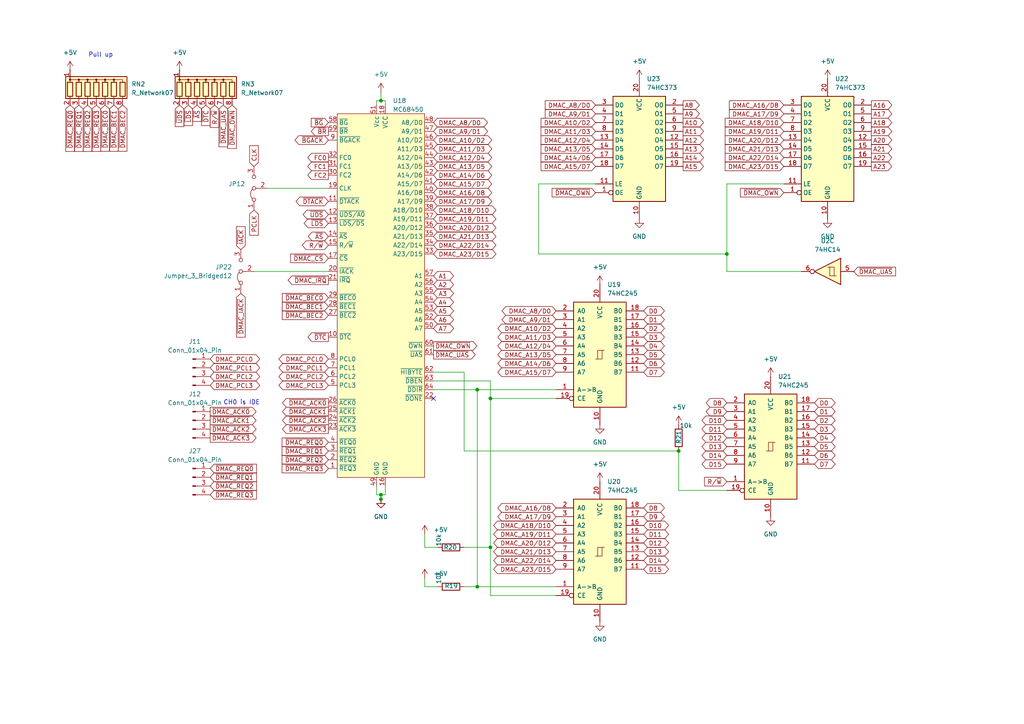
<source format=kicad_sch>
(kicad_sch (version 20250114) (generator "eeschema") (generator_version "9.0")
  (paper "A4")
  (lib_symbols
    (symbol "74xx:74HC14" (pin_names (offset 1.016))
      (property "Reference" "U" (at 0 1.27 0))
      (property "Value" "74HC14" (at 0 -1.27 0))
      (symbol "74HC14_1_0"
        (polyline (pts (xy -3.81 3.81) (xy -3.81 -3.81) (xy 3.81 0) (xy -3.81 3.81)) (stroke (width 0.254)) (fill (type background)))
        (pin input line (at -7.62 0 0) (length 3.81) (name "~") (number "1"))
        (pin output inverted (at 7.62 0 180) (length 3.81) (name "~") (number "2"))
      )
      (symbol "74HC14_1_1"
        (polyline (pts (xy -2.54 -1.27) (xy -0.635 -1.27) (xy -0.635 1.27) (xy 0 1.27)))
        (polyline (pts (xy -1.905 -1.27) (xy -1.905 1.27) (xy -0.635 1.27)))
      )
      (symbol "74HC14_2_0"
        (polyline (pts (xy -3.81 3.81) (xy -3.81 -3.81) (xy 3.81 0) (xy -3.81 3.81)) (stroke (width 0.254)) (fill (type background)))
        (pin input line (at -7.62 0 0) (length 3.81) (name "~") (number "3"))
        (pin output inverted (at 7.62 0 180) (length 3.81) (name "~") (number "4"))
      )
      (symbol "74HC14_2_1"
        (polyline (pts (xy -2.54 -1.27) (xy -0.635 -1.27) (xy -0.635 1.27) (xy 0 1.27)))
        (polyline (pts (xy -1.905 -1.27) (xy -1.905 1.27) (xy -0.635 1.27)))
      )
      (symbol "74HC14_3_0"
        (polyline (pts (xy -3.81 3.81) (xy -3.81 -3.81) (xy 3.81 0) (xy -3.81 3.81)) (stroke (width 0.254)) (fill (type background)))
        (pin input line (at -7.62 0 0) (length 3.81) (name "~") (number "5"))
        (pin output inverted (at 7.62 0 180) (length 3.81) (name "~") (number "6"))
      )
      (symbol "74HC14_3_1"
        (polyline (pts (xy -2.54 -1.27) (xy -0.635 -1.27) (xy -0.635 1.27) (xy 0 1.27)))
        (polyline (pts (xy -1.905 -1.27) (xy -1.905 1.27) (xy -0.635 1.27)))
      )
      (symbol "74HC14_4_0"
        (polyline (pts (xy -3.81 3.81) (xy -3.81 -3.81) (xy 3.81 0) (xy -3.81 3.81)) (stroke (width 0.254)) (fill (type background)))
        (pin input line (at -7.62 0 0) (length 3.81) (name "~") (number "9"))
        (pin output inverted (at 7.62 0 180) (length 3.81) (name "~") (number "8"))
      )
      (symbol "74HC14_4_1"
        (polyline (pts (xy -2.54 -1.27) (xy -0.635 -1.27) (xy -0.635 1.27) (xy 0 1.27)))
        (polyline (pts (xy -1.905 -1.27) (xy -1.905 1.27) (xy -0.635 1.27)))
      )
      (symbol "74HC14_5_0"
        (polyline (pts (xy -3.81 3.81) (xy -3.81 -3.81) (xy 3.81 0) (xy -3.81 3.81)) (stroke (width 0.254)) (fill (type background)))
        (pin input line (at -7.62 0 0) (length 3.81) (name "~") (number "11"))
        (pin output inverted (at 7.62 0 180) (length 3.81) (name "~") (number "10"))
      )
      (symbol "74HC14_5_1"
        (polyline (pts (xy -2.54 -1.27) (xy -0.635 -1.27) (xy -0.635 1.27) (xy 0 1.27)))
        (polyline (pts (xy -1.905 -1.27) (xy -1.905 1.27) (xy -0.635 1.27)))
      )
      (symbol "74HC14_6_0"
        (polyline (pts (xy -3.81 3.81) (xy -3.81 -3.81) (xy 3.81 0) (xy -3.81 3.81)) (stroke (width 0.254)) (fill (type background)))
        (pin input line (at -7.62 0 0) (length 3.81) (name "~") (number "13"))
        (pin output inverted (at 7.62 0 180) (length 3.81) (name "~") (number "12"))
      )
      (symbol "74HC14_6_1"
        (polyline (pts (xy -2.54 -1.27) (xy -0.635 -1.27) (xy -0.635 1.27) (xy 0 1.27)))
        (polyline (pts (xy -1.905 -1.27) (xy -1.905 1.27) (xy -0.635 1.27)))
      )
      (symbol "74HC14_7_0"
        (pin power_in line (at 0 12.7 270) (length 5.08) (name "VCC") (number "14"))
        (pin power_in line (at 0 -12.7 90) (length 5.08) (name "GND") (number "7"))
      )
      (symbol "74HC14_7_1"
        (rectangle (start -5.08 7.62) (end 5.08 -7.62) (stroke (width 0.254)) (fill (type background)))
      )
    )
    (symbol "74xx:74HC245" (pin_names (offset 1.016))
      (property "Reference" "U" (at -7.62 16.51 0))
      (property "Value" "74HC245" (at -7.62 -16.51 0))
      (symbol "74HC245_1_0"
        (polyline (pts (xy -1.27 -1.27) (xy 0.635 -1.27) (xy 0.635 1.27) (xy 1.27 1.27)))
        (polyline (pts (xy -0.635 -1.27) (xy -0.635 1.27) (xy 0.635 1.27)))
        (pin tri_state line (at -12.7 12.7 0) (length 5.08) (name "A0") (number "2"))
        (pin tri_state line (at -12.7 10.16 0) (length 5.08) (name "A1") (number "3"))
        (pin tri_state line (at -12.7 7.62 0) (length 5.08) (name "A2") (number "4"))
        (pin tri_state line (at -12.7 5.08 0) (length 5.08) (name "A3") (number "5"))
        (pin tri_state line (at -12.7 2.54 0) (length 5.08) (name "A4") (number "6"))
        (pin tri_state line (at -12.7 0 0) (length 5.08) (name "A5") (number "7"))
        (pin tri_state line (at -12.7 -2.54 0) (length 5.08) (name "A6") (number "8"))
        (pin tri_state line (at -12.7 -5.08 0) (length 5.08) (name "A7") (number "9"))
        (pin input line (at -12.7 -10.16 0) (length 5.08) (name "A->B") (number "1"))
        (pin input inverted (at -12.7 -12.7 0) (length 5.08) (name "CE") (number "19"))
        (pin power_in line (at 0 20.32 270) (length 5.08) (name "VCC") (number "20"))
        (pin power_in line (at 0 -20.32 90) (length 5.08) (name "GND") (number "10"))
        (pin tri_state line (at 12.7 12.7 180) (length 5.08) (name "B0") (number "18"))
        (pin tri_state line (at 12.7 10.16 180) (length 5.08) (name "B1") (number "17"))
        (pin tri_state line (at 12.7 7.62 180) (length 5.08) (name "B2") (number "16"))
        (pin tri_state line (at 12.7 5.08 180) (length 5.08) (name "B3") (number "15"))
        (pin tri_state line (at 12.7 2.54 180) (length 5.08) (name "B4") (number "14"))
        (pin tri_state line (at 12.7 0 180) (length 5.08) (name "B5") (number "13"))
        (pin tri_state line (at 12.7 -2.54 180) (length 5.08) (name "B6") (number "12"))
        (pin tri_state line (at 12.7 -5.08 180) (length 5.08) (name "B7") (number "11"))
      )
      (symbol "74HC245_1_1"
        (rectangle (start -7.62 15.24) (end 7.62 -15.24) (stroke (width 0.254)) (fill (type background)))
      )
    )
    (symbol "74xx:74HC373"
      (property "Reference" "U" (at -7.62 16.51 0))
      (property "Value" "74HC373" (at -7.62 -16.51 0))
      (symbol "74HC373_1_0"
        (pin input line (at -12.7 12.7 0) (length 5.08) (name "D0") (number "3"))
        (pin input line (at -12.7 10.16 0) (length 5.08) (name "D1") (number "4"))
        (pin input line (at -12.7 7.62 0) (length 5.08) (name "D2") (number "7"))
        (pin input line (at -12.7 5.08 0) (length 5.08) (name "D3") (number "8"))
        (pin input line (at -12.7 2.54 0) (length 5.08) (name "D4") (number "13"))
        (pin input line (at -12.7 0 0) (length 5.08) (name "D5") (number "14"))
        (pin input line (at -12.7 -2.54 0) (length 5.08) (name "D6") (number "17"))
        (pin input line (at -12.7 -5.08 0) (length 5.08) (name "D7") (number "18"))
        (pin input line (at -12.7 -10.16 0) (length 5.08) (name "LE") (number "11"))
        (pin input inverted (at -12.7 -12.7 0) (length 5.08) (name "OE") (number "1"))
        (pin power_in line (at 0 20.32 270) (length 5.08) (name "VCC") (number "20"))
        (pin power_in line (at 0 -20.32 90) (length 5.08) (name "GND") (number "10"))
        (pin tri_state line (at 12.7 12.7 180) (length 5.08) (name "O0") (number "2"))
        (pin tri_state line (at 12.7 10.16 180) (length 5.08) (name "O1") (number "5"))
        (pin tri_state line (at 12.7 7.62 180) (length 5.08) (name "O2") (number "6"))
        (pin tri_state line (at 12.7 5.08 180) (length 5.08) (name "O3") (number "9"))
        (pin tri_state line (at 12.7 2.54 180) (length 5.08) (name "O4") (number "12"))
        (pin tri_state line (at 12.7 0 180) (length 5.08) (name "O5") (number "15"))
        (pin tri_state line (at 12.7 -2.54 180) (length 5.08) (name "O6") (number "16"))
        (pin tri_state line (at 12.7 -5.08 180) (length 5.08) (name "O7") (number "19"))
      )
      (symbol "74HC373_1_1"
        (rectangle (start -7.62 15.24) (end 7.62 -15.24) (stroke (width 0.254)) (fill (type background)))
      )
    )
    (symbol "Connector:Conn_01x04_Pin" (pin_names (offset 1.016) (hide yes))
      (property "Reference" "J" (at 0 5.08 0))
      (property "Value" "Conn_01x04_Pin" (at 0 -7.62 0))
      (symbol "Conn_01x04_Pin_1_1"
        (rectangle (start 0.8636 2.667) (end 0 2.413) (stroke (width 0.1524)) (fill (type outline)))
        (rectangle (start 0.8636 0.127) (end 0 -0.127) (stroke (width 0.1524)) (fill (type outline)))
        (rectangle (start 0.8636 -2.413) (end 0 -2.667) (stroke (width 0.1524)) (fill (type outline)))
        (rectangle (start 0.8636 -4.953) (end 0 -5.207) (stroke (width 0.1524)) (fill (type outline)))
        (polyline (pts (xy 1.27 2.54) (xy 0.8636 2.54)) (stroke (width 0.1524)))
        (polyline (pts (xy 1.27 0) (xy 0.8636 0)) (stroke (width 0.1524)))
        (polyline (pts (xy 1.27 -2.54) (xy 0.8636 -2.54)) (stroke (width 0.1524)))
        (polyline (pts (xy 1.27 -5.08) (xy 0.8636 -5.08)) (stroke (width 0.1524)))
        (pin passive line (at 5.08 2.54 180) (length 3.81) (name "Pin_1") (number "1"))
        (pin passive line (at 5.08 0 180) (length 3.81) (name "Pin_2") (number "2"))
        (pin passive line (at 5.08 -2.54 180) (length 3.81) (name "Pin_3") (number "3"))
        (pin passive line (at 5.08 -5.08 180) (length 3.81) (name "Pin_4") (number "4"))
      )
    )
    (symbol "Device:R" (pin_numbers (hide yes)) (pin_names (offset 0))
      (property "Reference" "R" (at 2.032 0 90))
      (property "Value" "R" (at 0 0 90))
      (symbol "R_0_1"
        (rectangle (start -1.016 -2.54) (end 1.016 2.54) (stroke (width 0.254)))
      )
      (symbol "R_1_1"
        (pin passive line (at 0 3.81 270) (length 1.27) (name "~") (number "1"))
        (pin passive line (at 0 -3.81 90) (length 1.27) (name "~") (number "2"))
      )
    )
    (symbol "Device:R_Network07" (pin_names (offset 0) (hide yes))
      (property "Reference" "RN" (at -10.16 0 90))
      (property "Value" "R_Network07" (at 10.16 0 90))
      (symbol "R_Network07_0_1"
        (rectangle (start -8.89 -3.175) (end 8.89 3.175) (stroke (width 0.254)) (fill (type background)))
        (rectangle (start -8.382 1.524) (end -6.858 -2.54) (stroke (width 0.254)))
        (circle (center -7.62 2.286) (radius 0.254) (fill (type outline)))
        (polyline (pts (xy -7.62 1.524) (xy -7.62 2.286) (xy -5.08 2.286) (xy -5.08 1.524)))
        (polyline (pts (xy -7.62 -2.54) (xy -7.62 -3.81)))
        (rectangle (start -5.842 1.524) (end -4.318 -2.54) (stroke (width 0.254)))
        (circle (center -5.08 2.286) (radius 0.254) (fill (type outline)))
        (polyline (pts (xy -5.08 1.524) (xy -5.08 2.286) (xy -2.54 2.286) (xy -2.54 1.524)))
        (polyline (pts (xy -5.08 -2.54) (xy -5.08 -3.81)))
        (rectangle (start -3.302 1.524) (end -1.778 -2.54) (stroke (width 0.254)))
        (circle (center -2.54 2.286) (radius 0.254) (fill (type outline)))
        (polyline (pts (xy -2.54 1.524) (xy -2.54 2.286) (xy 0 2.286) (xy 0 1.524)))
        (polyline (pts (xy -2.54 -2.54) (xy -2.54 -3.81)))
        (rectangle (start -0.762 1.524) (end 0.762 -2.54) (stroke (width 0.254)))
        (circle (center 0 2.286) (radius 0.254) (fill (type outline)))
        (polyline (pts (xy 0 1.524) (xy 0 2.286) (xy 2.54 2.286) (xy 2.54 1.524)))
        (polyline (pts (xy 0 -2.54) (xy 0 -3.81)))
        (rectangle (start 1.778 1.524) (end 3.302 -2.54) (stroke (width 0.254)))
        (circle (center 2.54 2.286) (radius 0.254) (fill (type outline)))
        (polyline (pts (xy 2.54 1.524) (xy 2.54 2.286) (xy 5.08 2.286) (xy 5.08 1.524)))
        (polyline (pts (xy 2.54 -2.54) (xy 2.54 -3.81)))
        (rectangle (start 4.318 1.524) (end 5.842 -2.54) (stroke (width 0.254)))
        (circle (center 5.08 2.286) (radius 0.254) (fill (type outline)))
        (polyline (pts (xy 5.08 1.524) (xy 5.08 2.286) (xy 7.62 2.286) (xy 7.62 1.524)))
        (polyline (pts (xy 5.08 -2.54) (xy 5.08 -3.81)))
        (rectangle (start 6.858 1.524) (end 8.382 -2.54) (stroke (width 0.254)))
        (polyline (pts (xy 7.62 -2.54) (xy 7.62 -3.81)))
      )
      (symbol "R_Network07_1_1"
        (pin passive line (at -7.62 5.08 270) (length 2.54) (name "common") (number "1"))
        (pin passive line (at -7.62 -5.08 90) (length 1.27) (name "R1") (number "2"))
        (pin passive line (at -5.08 -5.08 90) (length 1.27) (name "R2") (number "3"))
        (pin passive line (at -2.54 -5.08 90) (length 1.27) (name "R3") (number "4"))
        (pin passive line (at 0 -5.08 90) (length 1.27) (name "R4") (number "5"))
        (pin passive line (at 2.54 -5.08 90) (length 1.27) (name "R5") (number "6"))
        (pin passive line (at 5.08 -5.08 90) (length 1.27) (name "R6") (number "7"))
        (pin passive line (at 7.62 -5.08 90) (length 1.27) (name "R7") (number "8"))
      )
    )
    (symbol "Jumper:Jumper_3_Bridged12" (pin_names (offset 0) (hide yes)) (in_bom no)
      (property "Reference" "JP" (at -2.54 -2.54 0))
      (property "Value" "Jumper_3_Bridged12" (at 0 2.794 0))
      (symbol "Jumper_3_Bridged12_0_0"
        (circle (center -3.302 0) (radius 0.508))
        (circle (center 0 0) (radius 0.508))
        (circle (center 3.302 0) (radius 0.508))
      )
      (symbol "Jumper_3_Bridged12_0_1"
        (arc (start -3.048 0.508) (mid -1.651 0.9912) (end -0.254 0.508))
        (polyline (pts (xy 0 -1.27) (xy 0 -0.508)))
      )
      (symbol "Jumper_3_Bridged12_1_1"
        (pin passive line (at -6.35 0 0) (length 2.54) (name "A") (number "1"))
        (pin passive line (at 0 -3.81 90) (length 2.54) (name "C") (number "2"))
        (pin passive line (at 6.35 0 180) (length 2.54) (name "B") (number "3"))
      )
    )
    (symbol "My_lib:MC68450_DMAC"
      (property "Reference" "U" (at 3.81 3.556 0))
      (symbol "MC68450_DMAC_1_1"
        (rectangle (start -12.7 -1.27) (end 12.7 -106.68) (fill (type background)))
        (pin input line (at -15.24 -3.81 0) (length 2.54) (name "~{BG}") (number "58"))
        (pin output line (at -15.24 -6.35 0) (length 2.54) (name "~{BR}") (number "59"))
        (pin bidirectional line (at -15.24 -8.89 0) (length 2.54) (name "~{BGACK}") (number "9"))
        (pin tri_state line (at -15.24 -13.97 0) (length 2.54) (name "FC0") (number "32"))
        (pin tri_state line (at -15.24 -16.51 0) (length 2.54) (name "FC1") (number "31"))
        (pin tri_state line (at -15.24 -19.05 0) (length 2.54) (name "FC2") (number "30"))
        (pin input line (at -15.24 -22.86 0) (length 2.54) (name "CLK") (number "19"))
        (pin bidirectional line (at -15.24 -26.67 0) (length 2.54) (name "~{DTACK}") (number "11"))
        (pin tri_state line (at -15.24 -30.48 0) (length 2.54) (name "~{UDS/A0}") (number "12"))
        (pin tri_state line (at -15.24 -33.02 0) (length 2.54) (name "~{LDS/DS}") (number "13"))
        (pin tri_state line (at -15.24 -36.83 0) (length 2.54) (name "~{AS}") (number "14"))
        (pin tri_state line (at -15.24 -39.37 0) (length 2.54) (name "R/~{W}") (number "15"))
        (pin input line (at -15.24 -43.18 0) (length 2.54) (name "~{CS}") (number "17"))
        (pin input line (at -15.24 -46.99 0) (length 2.54) (name "~{IACK}") (number "20"))
        (pin output line (at -15.24 -49.53 0) (length 2.54) (name "~{IRQ}") (number "21"))
        (pin input line (at -15.24 -54.61 0) (length 2.54) (name "~{BEC0}") (number "29"))
        (pin input line (at -15.24 -57.15 0) (length 2.54) (name "~{BEC1}") (number "28"))
        (pin input line (at -15.24 -59.69 0) (length 2.54) (name "~{BEC2}") (number "27"))
        (pin tri_state line (at -15.24 -66.04 0) (length 2.54) (name "~{DTC}") (number "10"))
        (pin tri_state line (at -15.24 -72.39 0) (length 2.54) (name "PCL0") (number "8"))
        (pin tri_state line (at -15.24 -74.93 0) (length 2.54) (name "PCL1") (number "7"))
        (pin tri_state line (at -15.24 -77.47 0) (length 2.54) (name "PCL2") (number "6"))
        (pin tri_state line (at -15.24 -80.01 0) (length 2.54) (name "PCL3") (number "5"))
        (pin output line (at -15.24 -85.09 0) (length 2.54) (name "~{ACK0}") (number "26"))
        (pin output line (at -15.24 -87.63 0) (length 2.54) (name "~{ACK1}") (number "25"))
        (pin output line (at -15.24 -90.17 0) (length 2.54) (name "~{ACK2}") (number "24"))
        (pin output line (at -15.24 -92.71 0) (length 2.54) (name "~{ACK3}") (number "23"))
        (pin input line (at -15.24 -96.52 0) (length 2.54) (name "~{REQ0}") (number "4"))
        (pin input line (at -15.24 -99.06 0) (length 2.54) (name "~{REQ1}") (number "3"))
        (pin input line (at -15.24 -101.6 0) (length 2.54) (name "~{REQ2}") (number "2"))
        (pin input line (at -15.24 -104.14 0) (length 2.54) (name "~{REQ3}") (number "1"))
        (pin power_in line (at -1.27 1.27 270) (length 2.54) (name "Vcc") (number "51"))
        (pin power_in line (at -1.27 -109.22 90) (length 2.54) (name "GND") (number "49"))
        (pin power_in line (at 1.27 1.27 270) (length 2.54) (name "VCC") (number "18"))
        (pin power_in line (at 1.27 -109.22 90) (length 2.54) (name "GND") (number "16"))
        (pin tri_state line (at 15.24 -3.81 180) (length 2.54) (name "A8/D0") (number "48"))
        (pin tri_state line (at 15.24 -6.35 180) (length 2.54) (name "A9/D1") (number "47"))
        (pin tri_state line (at 15.24 -8.89 180) (length 2.54) (name "A10/D2") (number "46"))
        (pin tri_state line (at 15.24 -11.43 180) (length 2.54) (name "A11/D3") (number "45"))
        (pin tri_state line (at 15.24 -13.97 180) (length 2.54) (name "A12/D4") (number "44"))
        (pin tri_state line (at 15.24 -16.51 180) (length 2.54) (name "A13/D5") (number "43"))
        (pin tri_state line (at 15.24 -19.05 180) (length 2.54) (name "A14/D6") (number "42"))
        (pin tri_state line (at 15.24 -21.59 180) (length 2.54) (name "A15/D7") (number "41"))
        (pin tri_state line (at 15.24 -24.13 180) (length 2.54) (name "A16/D8") (number "40"))
        (pin tri_state line (at 15.24 -26.67 180) (length 2.54) (name "A17/D9") (number "39"))
        (pin tri_state line (at 15.24 -29.21 180) (length 2.54) (name "A18/D10") (number "38"))
        (pin tri_state line (at 15.24 -31.75 180) (length 2.54) (name "A19/D11") (number "37"))
        (pin tri_state line (at 15.24 -34.29 180) (length 2.54) (name "A20/D12") (number "36"))
        (pin tri_state line (at 15.24 -36.83 180) (length 2.54) (name "A21/D13") (number "35"))
        (pin tri_state line (at 15.24 -39.37 180) (length 2.54) (name "A22/D14") (number "34"))
        (pin tri_state line (at 15.24 -41.91 180) (length 2.54) (name "A23/D15") (number "33"))
        (pin tri_state line (at 15.24 -48.26 180) (length 2.54) (name "A1") (number "57"))
        (pin tri_state line (at 15.24 -50.8 180) (length 2.54) (name "A2") (number "56"))
        (pin tri_state line (at 15.24 -53.34 180) (length 2.54) (name "A3") (number "55"))
        (pin tri_state line (at 15.24 -55.88 180) (length 2.54) (name "A4") (number "54"))
        (pin tri_state line (at 15.24 -58.42 180) (length 2.54) (name "A5") (number "53"))
        (pin tri_state line (at 15.24 -60.96 180) (length 2.54) (name "A6") (number "52"))
        (pin tri_state line (at 15.24 -63.5 180) (length 2.54) (name "A7") (number "50"))
        (pin output line (at 15.24 -68.58 180) (length 2.54) (name "~{OWN}") (number "60"))
        (pin tri_state line (at 15.24 -71.12 180) (length 2.54) (name "~{UAS}") (number "61"))
        (pin tri_state line (at 15.24 -76.2 180) (length 2.54) (name "~{HIBYTE}") (number "62"))
        (pin tri_state line (at 15.24 -78.74 180) (length 2.54) (name "~{DBEN}") (number "63"))
        (pin tri_state line (at 15.24 -81.28 180) (length 2.54) (name "~{DDIR}") (number "64"))
        (pin tri_state line (at 15.24 -83.82 180) (length 2.54) (name "~{DONE}") (number "22"))
      )
    )
    (symbol "power:+5V" (power) (pin_numbers (hide yes)) (pin_names (offset 0) (hide yes))
      (property "Value" "+5V" (at 0 3.556 0))
      (symbol "+5V_0_1"
        (polyline (pts (xy -0.762 1.27) (xy 0 2.54)))
        (polyline (pts (xy 0 2.54) (xy 0.762 1.27)))
        (polyline (pts (xy 0 0) (xy 0 2.54)))
      )
      (symbol "+5V_1_1"
        (pin power_in line (at 0 0 90) (length 0) (name "~") (number "1"))
      )
    )
    (symbol "power:GND" (power) (pin_numbers (hide yes)) (pin_names (offset 0) (hide yes))
      (property "Value" "GND" (at 0 -3.81 0))
      (symbol "GND_0_1"
        (polyline (pts (xy 0 0) (xy 0 -1.27) (xy 1.27 -1.27) (xy 0 -2.54) (xy -1.27 -1.27) (xy 0 -1.27)))
      )
      (symbol "GND_1_1"
        (pin power_in line (at 0 0 270) (length 0) (name "~") (number "1"))
      )
    )
  )
  (text "CH0 is IDE" (at 70.104 116.84 0) (effects (font (size 1.27 1.27))))
  (text "Pull up" (at 29.21 16.002 0) (effects (font (size 1.27 1.27))))
  (junction (at 196.85 130.81))
  (junction (at 138.43 113.03))
  (junction (at 110.49 29.21))
  (junction (at 210.82 73.66))
  (junction (at 110.49 143.51))
  (junction (at 110.49 144.78))
  (junction (at 138.43 170.18))
  (junction (at 142.24 158.75))
  (junction (at 142.24 115.57))
  (no_connect (at 125.73 115.57))
  (wire (pts (xy 109.22 29.21) (xy 109.22 30.48)))
  (wire (pts (xy 196.85 130.81) (xy 196.85 142.24)))
  (wire (pts (xy 142.24 172.72) (xy 142.24 158.75)))
  (wire (pts (xy 210.82 73.66) (xy 210.82 53.34)))
  (wire (pts (xy 125.73 107.95) (xy 134.62 107.95)))
  (wire (pts (xy 156.21 53.34) (xy 156.21 73.66)))
  (wire (pts (xy 172.72 53.34) (xy 156.21 53.34)))
  (wire (pts (xy 161.29 172.72) (xy 142.24 172.72)))
  (wire (pts (xy 125.73 113.03) (xy 138.43 113.03)))
  (wire (pts (xy 123.19 167.64) (xy 123.19 170.18)))
  (wire (pts (xy 142.24 110.49) (xy 142.24 115.57)))
  (wire (pts (xy 77.47 54.61) (xy 95.25 54.61)))
  (wire (pts (xy 73.66 78.74) (xy 95.25 78.74)))
  (wire (pts (xy 109.22 140.97) (xy 109.22 143.51)))
  (wire (pts (xy 109.22 143.51) (xy 110.49 143.51)))
  (wire (pts (xy 156.21 73.66) (xy 210.82 73.66)))
  (wire (pts (xy 142.24 115.57) (xy 161.29 115.57)))
  (wire (pts (xy 134.62 158.75) (xy 142.24 158.75)))
  (wire (pts (xy 138.43 113.03) (xy 138.43 170.18)))
  (wire (pts (xy 123.19 154.94) (xy 123.19 158.75)))
  (wire (pts (xy 123.19 158.75) (xy 127 158.75)))
  (wire (pts (xy 111.76 30.48) (xy 111.76 29.21)))
  (wire (pts (xy 232.41 78.74) (xy 210.82 78.74)))
  (wire (pts (xy 134.62 170.18) (xy 138.43 170.18)))
  (wire (pts (xy 110.49 143.51) (xy 110.49 144.78)))
  (wire (pts (xy 125.73 110.49) (xy 142.24 110.49)))
  (wire (pts (xy 210.82 78.74) (xy 210.82 73.66)))
  (wire (pts (xy 138.43 113.03) (xy 161.29 113.03)))
  (wire (pts (xy 110.49 26.67) (xy 110.49 29.21)))
  (wire (pts (xy 111.76 143.51) (xy 110.49 143.51)))
  (wire (pts (xy 210.82 53.34) (xy 227.33 53.34)))
  (wire (pts (xy 111.76 29.21) (xy 110.49 29.21)))
  (wire (pts (xy 196.85 142.24) (xy 210.82 142.24)))
  (wire (pts (xy 138.43 170.18) (xy 161.29 170.18)))
  (wire (pts (xy 134.62 107.95) (xy 134.62 130.81)))
  (wire (pts (xy 134.62 130.81) (xy 196.85 130.81)))
  (wire (pts (xy 110.49 29.21) (xy 109.22 29.21)))
  (wire (pts (xy 123.19 170.18) (xy 127 170.18)))
  (wire (pts (xy 111.76 140.97) (xy 111.76 143.51)))
  (wire (pts (xy 142.24 158.75) (xy 142.24 115.57)))
  (global_label "~{DMAC_UAS}" (shape output) (at 125.73 102.87 0) (property "Intersheetrefs" "${INTERSHEET_REFS}" (effects (hide yes))))
  (global_label "~{DTC}" (shape input) (at 59.69 30.48 270) (property "Intersheetrefs" "${INTERSHEET_REFS}" (effects (hide yes))))
  (global_label "D12" (shape bidirectional) (at 186.69 157.48 0) (property "Intersheetrefs" "${INTERSHEET_REFS}" (effects (hide yes))))
  (global_label "DMAC_A12{slash}D4" (shape input) (at 172.72 40.64 180) (property "Intersheetrefs" "${INTERSHEET_REFS}" (effects (hide yes))))
  (global_label "D8" (shape bidirectional) (at 210.82 116.84 180) (property "Intersheetrefs" "${INTERSHEET_REFS}" (effects (hide yes))))
  (global_label "DMAC_A18{slash}D10" (shape input) (at 227.33 35.56 180) (property "Intersheetrefs" "${INTERSHEET_REFS}" (effects (hide yes))))
  (global_label "D6" (shape bidirectional) (at 186.69 105.41 0) (property "Intersheetrefs" "${INTERSHEET_REFS}" (effects (hide yes))))
  (global_label "~{DMAC_ACK2}" (shape output) (at 95.25 121.92 180) (property "Intersheetrefs" "${INTERSHEET_REFS}" (effects (hide yes))))
  (global_label "DMAC_PCL0" (shape bidirectional) (at 60.96 104.14 0) (property "Intersheetrefs" "${INTERSHEET_REFS}" (effects (hide yes))))
  (global_label "A10" (shape output) (at 198.12 35.56 0) (property "Intersheetrefs" "${INTERSHEET_REFS}" (effects (hide yes))))
  (global_label "DMAC_A19{slash}D11" (shape bidirectional) (at 125.73 63.5 0) (property "Intersheetrefs" "${INTERSHEET_REFS}" (effects (hide yes))))
  (global_label "~{DMAC_REQ3}" (shape input) (at 60.96 143.51 0) (property "Intersheetrefs" "${INTERSHEET_REFS}" (effects (hide yes))))
  (global_label "~{DMAC_REQ2}" (shape input) (at 95.25 133.35 180) (property "Intersheetrefs" "${INTERSHEET_REFS}" (effects (hide yes))))
  (global_label "D2" (shape bidirectional) (at 186.69 95.25 0) (property "Intersheetrefs" "${INTERSHEET_REFS}" (effects (hide yes))))
  (global_label "~{DMAC_REQ3}" (shape input) (at 95.25 135.89 180) (property "Intersheetrefs" "${INTERSHEET_REFS}" (effects (hide yes))))
  (global_label "~{DMAC_IRQ}" (shape output) (at 95.25 81.28 180) (property "Intersheetrefs" "${INTERSHEET_REFS}" (effects (hide yes))))
  (global_label "D4" (shape bidirectional) (at 236.22 127 0) (property "Intersheetrefs" "${INTERSHEET_REFS}" (effects (hide yes))))
  (global_label "DMAC_A18{slash}D10" (shape bidirectional) (at 161.29 152.4 180) (property "Intersheetrefs" "${INTERSHEET_REFS}" (effects (hide yes))))
  (global_label "DMAC_A8{slash}D0" (shape bidirectional) (at 161.29 90.17 180) (property "Intersheetrefs" "${INTERSHEET_REFS}" (effects (hide yes))))
  (global_label "D10" (shape bidirectional) (at 210.82 121.92 180) (property "Intersheetrefs" "${INTERSHEET_REFS}" (effects (hide yes))))
  (global_label "A22" (shape output) (at 252.73 45.72 0) (property "Intersheetrefs" "${INTERSHEET_REFS}" (effects (hide yes))))
  (global_label "~{DMAC_BEC1}" (shape input) (at 95.25 88.9 180) (property "Intersheetrefs" "${INTERSHEET_REFS}" (effects (hide yes))))
  (global_label "A8" (shape output) (at 198.12 30.48 0) (property "Intersheetrefs" "${INTERSHEET_REFS}" (effects (hide yes))))
  (global_label "PCLK" (shape input) (at 73.66 60.96 270) (property "Intersheetrefs" "${INTERSHEET_REFS}" (effects (hide yes))))
  (global_label "~{DMAC_OWN}" (shape output) (at 125.73 100.33 0) (property "Intersheetrefs" "${INTERSHEET_REFS}" (effects (hide yes))))
  (global_label "~{BGACK}" (shape bidirectional) (at 95.25 40.64 180) (property "Intersheetrefs" "${INTERSHEET_REFS}" (effects (hide yes))))
  (global_label "DMAC_A13{slash}D5" (shape input) (at 172.72 43.18 180) (property "Intersheetrefs" "${INTERSHEET_REFS}" (effects (hide yes))))
  (global_label "DMAC_A16{slash}D8" (shape bidirectional) (at 161.29 147.32 180) (property "Intersheetrefs" "${INTERSHEET_REFS}" (effects (hide yes))))
  (global_label "~{DMAC_REQ2}" (shape input) (at 25.4 30.48 270) (property "Intersheetrefs" "${INTERSHEET_REFS}" (effects (hide yes))))
  (global_label "~{LDS}" (shape input) (at 54.61 30.48 270) (property "Intersheetrefs" "${INTERSHEET_REFS}" (effects (hide yes))))
  (global_label "DMAC_A20{slash}D12" (shape bidirectional) (at 125.73 66.04 0) (property "Intersheetrefs" "${INTERSHEET_REFS}" (effects (hide yes))))
  (global_label "DMAC_PCL0" (shape bidirectional) (at 95.25 104.14 180) (property "Intersheetrefs" "${INTERSHEET_REFS}" (effects (hide yes))))
  (global_label "~{DMAC_REQ0}" (shape input) (at 20.32 30.48 270) (property "Intersheetrefs" "${INTERSHEET_REFS}" (effects (hide yes))))
  (global_label "D13" (shape bidirectional) (at 186.69 160.02 0) (property "Intersheetrefs" "${INTERSHEET_REFS}" (effects (hide yes))))
  (global_label "DMAC_A15{slash}D7" (shape input) (at 172.72 48.26 180) (property "Intersheetrefs" "${INTERSHEET_REFS}" (effects (hide yes))))
  (global_label "DMAC_PCL1" (shape bidirectional) (at 95.25 106.68 180) (property "Intersheetrefs" "${INTERSHEET_REFS}" (effects (hide yes))))
  (global_label "DMAC_A12{slash}D4" (shape bidirectional) (at 125.73 45.72 0) (property "Intersheetrefs" "${INTERSHEET_REFS}" (effects (hide yes))))
  (global_label "FC2" (shape output) (at 95.25 50.8 180) (property "Intersheetrefs" "${INTERSHEET_REFS}" (effects (hide yes))))
  (global_label "D11" (shape bidirectional) (at 210.82 124.46 180) (property "Intersheetrefs" "${INTERSHEET_REFS}" (effects (hide yes))))
  (global_label "D1" (shape bidirectional) (at 236.22 119.38 0) (property "Intersheetrefs" "${INTERSHEET_REFS}" (effects (hide yes))))
  (global_label "D9" (shape bidirectional) (at 186.69 149.86 0) (property "Intersheetrefs" "${INTERSHEET_REFS}" (effects (hide yes))))
  (global_label "A23" (shape output) (at 252.73 48.26 0) (property "Intersheetrefs" "${INTERSHEET_REFS}" (effects (hide yes))))
  (global_label "~{UDS}" (shape bidirectional) (at 95.25 62.23 180) (property "Intersheetrefs" "${INTERSHEET_REFS}" (effects (hide yes))))
  (global_label "~{DTACK}" (shape bidirectional) (at 95.25 58.42 180) (property "Intersheetrefs" "${INTERSHEET_REFS}" (effects (hide yes))))
  (global_label "D12" (shape bidirectional) (at 210.82 127 180) (property "Intersheetrefs" "${INTERSHEET_REFS}" (effects (hide yes))))
  (global_label "DMAC_PCL3" (shape bidirectional) (at 60.96 111.76 0) (property "Intersheetrefs" "${INTERSHEET_REFS}" (effects (hide yes))))
  (global_label "D15" (shape bidirectional) (at 210.82 134.62 180) (property "Intersheetrefs" "${INTERSHEET_REFS}" (effects (hide yes))))
  (global_label "DMAC_A15{slash}D7" (shape bidirectional) (at 161.29 107.95 180) (property "Intersheetrefs" "${INTERSHEET_REFS}" (effects (hide yes))))
  (global_label "D0" (shape bidirectional) (at 236.22 116.84 0) (property "Intersheetrefs" "${INTERSHEET_REFS}" (effects (hide yes))))
  (global_label "~{LDS}" (shape bidirectional) (at 95.25 64.77 180) (property "Intersheetrefs" "${INTERSHEET_REFS}" (effects (hide yes))))
  (global_label "DMAC_A17{slash}D9" (shape bidirectional) (at 161.29 149.86 180) (property "Intersheetrefs" "${INTERSHEET_REFS}" (effects (hide yes))))
  (global_label "~{DMAC_BEC2}" (shape input) (at 95.25 91.44 180) (property "Intersheetrefs" "${INTERSHEET_REFS}" (effects (hide yes))))
  (global_label "FC1" (shape output) (at 95.25 48.26 180) (property "Intersheetrefs" "${INTERSHEET_REFS}" (effects (hide yes))))
  (global_label "D0" (shape bidirectional) (at 186.69 90.17 0) (property "Intersheetrefs" "${INTERSHEET_REFS}" (effects (hide yes))))
  (global_label "~{DMAC_ACK2}" (shape output) (at 60.96 124.46 0) (property "Intersheetrefs" "${INTERSHEET_REFS}" (effects (hide yes))))
  (global_label "DMAC_A10{slash}D2" (shape bidirectional) (at 125.73 40.64 0) (property "Intersheetrefs" "${INTERSHEET_REFS}" (effects (hide yes))))
  (global_label "DMAC_A14{slash}D6" (shape input) (at 172.72 45.72 180) (property "Intersheetrefs" "${INTERSHEET_REFS}" (effects (hide yes))))
  (global_label "R{slash}~{W}" (shape bidirectional) (at 95.25 71.12 180) (property "Intersheetrefs" "${INTERSHEET_REFS}" (effects (hide yes))))
  (global_label "A16" (shape output) (at 252.73 30.48 0) (property "Intersheetrefs" "${INTERSHEET_REFS}" (effects (hide yes))))
  (global_label "~{DMAC_REQ1}" (shape input) (at 60.96 138.43 0) (property "Intersheetrefs" "${INTERSHEET_REFS}" (effects (hide yes))))
  (global_label "~{DMAC_REQ1}" (shape input) (at 95.25 130.81 180) (property "Intersheetrefs" "${INTERSHEET_REFS}" (effects (hide yes))))
  (global_label "~{DMAC_REQ3}" (shape input) (at 27.94 30.48 270) (property "Intersheetrefs" "${INTERSHEET_REFS}" (effects (hide yes))))
  (global_label "DMAC_A16{slash}D8" (shape input) (at 227.33 30.48 180) (property "Intersheetrefs" "${INTERSHEET_REFS}" (effects (hide yes))))
  (global_label "DMAC_A21{slash}D13" (shape bidirectional) (at 161.29 160.02 180) (property "Intersheetrefs" "${INTERSHEET_REFS}" (effects (hide yes))))
  (global_label "A4" (shape bidirectional) (at 125.73 87.63 0) (property "Intersheetrefs" "${INTERSHEET_REFS}" (effects (hide yes))))
  (global_label "~{BG}" (shape input) (at 95.25 35.56 180) (property "Intersheetrefs" "${INTERSHEET_REFS}" (effects (hide yes))))
  (global_label "R{slash}~{W}" (shape input) (at 62.23 30.48 270) (property "Intersheetrefs" "${INTERSHEET_REFS}" (effects (hide yes))))
  (global_label "A11" (shape output) (at 198.12 38.1 0) (property "Intersheetrefs" "${INTERSHEET_REFS}" (effects (hide yes))))
  (global_label "~{DMAC_BEC1}" (shape input) (at 33.02 30.48 270) (property "Intersheetrefs" "${INTERSHEET_REFS}" (effects (hide yes))))
  (global_label "DMAC_A21{slash}D13" (shape input) (at 227.33 43.18 180) (property "Intersheetrefs" "${INTERSHEET_REFS}" (effects (hide yes))))
  (global_label "DMAC_A21{slash}D13" (shape bidirectional) (at 125.73 68.58 0) (property "Intersheetrefs" "${INTERSHEET_REFS}" (effects (hide yes))))
  (global_label "A18" (shape output) (at 252.73 35.56 0) (property "Intersheetrefs" "${INTERSHEET_REFS}" (effects (hide yes))))
  (global_label "A19" (shape output) (at 252.73 38.1 0) (property "Intersheetrefs" "${INTERSHEET_REFS}" (effects (hide yes))))
  (global_label "DMAC_A23{slash}D15" (shape bidirectional) (at 161.29 165.1 180) (property "Intersheetrefs" "${INTERSHEET_REFS}" (effects (hide yes))))
  (global_label "DMAC_A20{slash}D12" (shape input) (at 227.33 40.64 180) (property "Intersheetrefs" "${INTERSHEET_REFS}" (effects (hide yes))))
  (global_label "D6" (shape bidirectional) (at 236.22 132.08 0) (property "Intersheetrefs" "${INTERSHEET_REFS}" (effects (hide yes))))
  (global_label "A14" (shape output) (at 198.12 45.72 0) (property "Intersheetrefs" "${INTERSHEET_REFS}" (effects (hide yes))))
  (global_label "D7" (shape bidirectional) (at 236.22 134.62 0) (property "Intersheetrefs" "${INTERSHEET_REFS}" (effects (hide yes))))
  (global_label "~{DMAC_ACK3}" (shape output) (at 95.25 124.46 180) (property "Intersheetrefs" "${INTERSHEET_REFS}" (effects (hide yes))))
  (global_label "D11" (shape bidirectional) (at 186.69 154.94 0) (property "Intersheetrefs" "${INTERSHEET_REFS}" (effects (hide yes))))
  (global_label "~{DMAC_REQ1}" (shape input) (at 22.86 30.48 270) (property "Intersheetrefs" "${INTERSHEET_REFS}" (effects (hide yes))))
  (global_label "DMAC_A14{slash}D6" (shape bidirectional) (at 161.29 105.41 180) (property "Intersheetrefs" "${INTERSHEET_REFS}" (effects (hide yes))))
  (global_label "D1" (shape bidirectional) (at 186.69 92.71 0) (property "Intersheetrefs" "${INTERSHEET_REFS}" (effects (hide yes))))
  (global_label "A13" (shape output) (at 198.12 43.18 0) (property "Intersheetrefs" "${INTERSHEET_REFS}" (effects (hide yes))))
  (global_label "DMAC_A22{slash}D14" (shape input) (at 227.33 45.72 180) (property "Intersheetrefs" "${INTERSHEET_REFS}" (effects (hide yes))))
  (global_label "DMAC_A9{slash}D1" (shape input) (at 172.72 33.02 180) (property "Intersheetrefs" "${INTERSHEET_REFS}" (effects (hide yes))))
  (global_label "DMAC_PCL3" (shape bidirectional) (at 95.25 111.76 180) (property "Intersheetrefs" "${INTERSHEET_REFS}" (effects (hide yes))))
  (global_label "DMAC_A19{slash}D11" (shape input) (at 227.33 38.1 180) (property "Intersheetrefs" "${INTERSHEET_REFS}" (effects (hide yes))))
  (global_label "A17" (shape output) (at 252.73 33.02 0) (property "Intersheetrefs" "${INTERSHEET_REFS}" (effects (hide yes))))
  (global_label "~{DMAC_ACK1}" (shape output) (at 95.25 119.38 180) (property "Intersheetrefs" "${INTERSHEET_REFS}" (effects (hide yes))))
  (global_label "A5" (shape bidirectional) (at 125.73 90.17 0) (property "Intersheetrefs" "${INTERSHEET_REFS}" (effects (hide yes))))
  (global_label "DMAC_A11{slash}D3" (shape bidirectional) (at 125.73 43.18 0) (property "Intersheetrefs" "${INTERSHEET_REFS}" (effects (hide yes))))
  (global_label "D15" (shape bidirectional) (at 186.69 165.1 0) (property "Intersheetrefs" "${INTERSHEET_REFS}" (effects (hide yes))))
  (global_label "~{DMAC_ACK0}" (shape output) (at 60.96 119.38 0) (property "Intersheetrefs" "${INTERSHEET_REFS}" (effects (hide yes))))
  (global_label "DMAC_A10{slash}D2" (shape bidirectional) (at 161.29 95.25 180) (property "Intersheetrefs" "${INTERSHEET_REFS}" (effects (hide yes))))
  (global_label "~{DMAC_OWN}" (shape input) (at 172.72 55.88 180) (property "Intersheetrefs" "${INTERSHEET_REFS}" (effects (hide yes))))
  (global_label "FC0" (shape output) (at 95.25 45.72 180) (property "Intersheetrefs" "${INTERSHEET_REFS}" (effects (hide yes))))
  (global_label "CLK" (shape input) (at 73.66 48.26 90) (property "Intersheetrefs" "${INTERSHEET_REFS}" (effects (hide yes))))
  (global_label "D3" (shape bidirectional) (at 236.22 124.46 0) (property "Intersheetrefs" "${INTERSHEET_REFS}" (effects (hide yes))))
  (global_label "DMAC_PCL2" (shape bidirectional) (at 60.96 109.22 0) (property "Intersheetrefs" "${INTERSHEET_REFS}" (effects (hide yes))))
  (global_label "~{UDS}" (shape input) (at 52.07 30.48 270) (property "Intersheetrefs" "${INTERSHEET_REFS}" (effects (hide yes))))
  (global_label "A12" (shape output) (at 198.12 40.64 0) (property "Intersheetrefs" "${INTERSHEET_REFS}" (effects (hide yes))))
  (global_label "A1" (shape bidirectional) (at 125.73 80.01 0) (property "Intersheetrefs" "${INTERSHEET_REFS}" (effects (hide yes))))
  (global_label "D8" (shape bidirectional) (at 186.69 147.32 0) (property "Intersheetrefs" "${INTERSHEET_REFS}" (effects (hide yes))))
  (global_label "DMAC_A16{slash}D8" (shape bidirectional) (at 125.73 55.88 0) (property "Intersheetrefs" "${INTERSHEET_REFS}" (effects (hide yes))))
  (global_label "DMAC_A13{slash}D5" (shape bidirectional) (at 161.29 102.87 180) (property "Intersheetrefs" "${INTERSHEET_REFS}" (effects (hide yes))))
  (global_label "~{IACK}" (shape input) (at 69.85 72.39 90) (property "Intersheetrefs" "${INTERSHEET_REFS}" (effects (hide yes))))
  (global_label "D13" (shape bidirectional) (at 210.82 129.54 180) (property "Intersheetrefs" "${INTERSHEET_REFS}" (effects (hide yes))))
  (global_label "DMAC_A11{slash}D3" (shape bidirectional) (at 161.29 97.79 180) (property "Intersheetrefs" "${INTERSHEET_REFS}" (effects (hide yes))))
  (global_label "~{DMAC_REQ2}" (shape input) (at 60.96 140.97 0) (property "Intersheetrefs" "${INTERSHEET_REFS}" (effects (hide yes))))
  (global_label "~{DTC}" (shape output) (at 95.25 97.79 180) (property "Intersheetrefs" "${INTERSHEET_REFS}" (effects (hide yes))))
  (global_label "~{BR}" (shape output) (at 95.25 38.1 180) (property "Intersheetrefs" "${INTERSHEET_REFS}" (effects (hide yes))))
  (global_label "A20" (shape output) (at 252.73 40.64 0) (property "Intersheetrefs" "${INTERSHEET_REFS}" (effects (hide yes))))
  (global_label "DMAC_A23{slash}D15" (shape input) (at 227.33 48.26 180) (property "Intersheetrefs" "${INTERSHEET_REFS}" (effects (hide yes))))
  (global_label "D7" (shape bidirectional) (at 186.69 107.95 0) (property "Intersheetrefs" "${INTERSHEET_REFS}" (effects (hide yes))))
  (global_label "~{DMAC_BEC0}" (shape input) (at 95.25 86.36 180) (property "Intersheetrefs" "${INTERSHEET_REFS}" (effects (hide yes))))
  (global_label "A7" (shape bidirectional) (at 125.73 95.25 0) (property "Intersheetrefs" "${INTERSHEET_REFS}" (effects (hide yes))))
  (global_label "A21" (shape output) (at 252.73 43.18 0) (property "Intersheetrefs" "${INTERSHEET_REFS}" (effects (hide yes))))
  (global_label "~{DMAC_OWN}" (shape input) (at 227.33 55.88 180) (property "Intersheetrefs" "${INTERSHEET_REFS}" (effects (hide yes))))
  (global_label "~{DMAC_BEC2}" (shape input) (at 35.56 30.48 270) (property "Intersheetrefs" "${INTERSHEET_REFS}" (effects (hide yes))))
  (global_label "DMAC_PCL2" (shape bidirectional) (at 95.25 109.22 180) (property "Intersheetrefs" "${INTERSHEET_REFS}" (effects (hide yes))))
  (global_label "~{DMAC_ACK0}" (shape output) (at 95.25 116.84 180) (property "Intersheetrefs" "${INTERSHEET_REFS}" (effects (hide yes))))
  (global_label "D10" (shape bidirectional) (at 186.69 152.4 0) (property "Intersheetrefs" "${INTERSHEET_REFS}" (effects (hide yes))))
  (global_label "DMAC_A10{slash}D2" (shape input) (at 172.72 35.56 180) (property "Intersheetrefs" "${INTERSHEET_REFS}" (effects (hide yes))))
  (global_label "A2" (shape bidirectional) (at 125.73 82.55 0) (property "Intersheetrefs" "${INTERSHEET_REFS}" (effects (hide yes))))
  (global_label "DMAC_A19{slash}D11" (shape bidirectional) (at 161.29 154.94 180) (property "Intersheetrefs" "${INTERSHEET_REFS}" (effects (hide yes))))
  (global_label "D9" (shape bidirectional) (at 210.82 119.38 180) (property "Intersheetrefs" "${INTERSHEET_REFS}" (effects (hide yes))))
  (global_label "DMAC_A23{slash}D15" (shape bidirectional) (at 125.73 73.66 0) (property "Intersheetrefs" "${INTERSHEET_REFS}" (effects (hide yes))))
  (global_label "~{DMAC_UAS}" (shape input) (at 247.65 78.74 0) (property "Intersheetrefs" "${INTERSHEET_REFS}" (effects (hide yes))))
  (global_label "DMAC_A17{slash}D9" (shape input) (at 227.33 33.02 180) (property "Intersheetrefs" "${INTERSHEET_REFS}" (effects (hide yes))))
  (global_label "DMAC_A17{slash}D9" (shape bidirectional) (at 125.73 58.42 0) (property "Intersheetrefs" "${INTERSHEET_REFS}" (effects (hide yes))))
  (global_label "~{DMAC_OWN}" (shape input) (at 67.31 30.48 270) (property "Intersheetrefs" "${INTERSHEET_REFS}" (effects (hide yes))))
  (global_label "D2" (shape bidirectional) (at 236.22 121.92 0) (property "Intersheetrefs" "${INTERSHEET_REFS}" (effects (hide yes))))
  (global_label "A3" (shape bidirectional) (at 125.73 85.09 0) (property "Intersheetrefs" "${INTERSHEET_REFS}" (effects (hide yes))))
  (global_label "DMAC_A12{slash}D4" (shape bidirectional) (at 161.29 100.33 180) (property "Intersheetrefs" "${INTERSHEET_REFS}" (effects (hide yes))))
  (global_label "D4" (shape bidirectional) (at 186.69 100.33 0) (property "Intersheetrefs" "${INTERSHEET_REFS}" (effects (hide yes))))
  (global_label "~{DMAC_REQ0}" (shape input) (at 95.25 128.27 180) (property "Intersheetrefs" "${INTERSHEET_REFS}" (effects (hide yes))))
  (global_label "D14" (shape bidirectional) (at 210.82 132.08 180) (property "Intersheetrefs" "${INTERSHEET_REFS}" (effects (hide yes))))
  (global_label "DMAC_A22{slash}D14" (shape bidirectional) (at 161.29 162.56 180) (property "Intersheetrefs" "${INTERSHEET_REFS}" (effects (hide yes))))
  (global_label "~{AS}" (shape input) (at 57.15 30.48 270) (property "Intersheetrefs" "${INTERSHEET_REFS}" (effects (hide yes))))
  (global_label "D5" (shape bidirectional) (at 236.22 129.54 0) (property "Intersheetrefs" "${INTERSHEET_REFS}" (effects (hide yes))))
  (global_label "DMAC_A20{slash}D12" (shape bidirectional) (at 161.29 157.48 180) (property "Intersheetrefs" "${INTERSHEET_REFS}" (effects (hide yes))))
  (global_label "DMAC_A8{slash}D0" (shape input) (at 172.72 30.48 180) (property "Intersheetrefs" "${INTERSHEET_REFS}" (effects (hide yes))))
  (global_label "~{DMAC_BEC0}" (shape input) (at 30.48 30.48 270) (property "Intersheetrefs" "${INTERSHEET_REFS}" (effects (hide yes))))
  (global_label "DMAC_A14{slash}D6" (shape bidirectional) (at 125.73 50.8 0) (property "Intersheetrefs" "${INTERSHEET_REFS}" (effects (hide yes))))
  (global_label "DMAC_A13{slash}D5" (shape bidirectional) (at 125.73 48.26 0) (property "Intersheetrefs" "${INTERSHEET_REFS}" (effects (hide yes))))
  (global_label "DMAC_PCL1" (shape bidirectional) (at 60.96 106.68 0) (property "Intersheetrefs" "${INTERSHEET_REFS}" (effects (hide yes))))
  (global_label "DMAC_A11{slash}D3" (shape input) (at 172.72 38.1 180) (property "Intersheetrefs" "${INTERSHEET_REFS}" (effects (hide yes))))
  (global_label "A9" (shape output) (at 198.12 33.02 0) (property "Intersheetrefs" "${INTERSHEET_REFS}" (effects (hide yes))))
  (global_label "DMAC_A8{slash}D0" (shape bidirectional) (at 125.73 35.56 0) (property "Intersheetrefs" "${INTERSHEET_REFS}" (effects (hide yes))))
  (global_label "~{DMAC_IACK}" (shape input) (at 69.85 85.09 270) (property "Intersheetrefs" "${INTERSHEET_REFS}" (effects (hide yes))))
  (global_label "DMAC_A9{slash}D1" (shape bidirectional) (at 125.73 38.1 0) (property "Intersheetrefs" "${INTERSHEET_REFS}" (effects (hide yes))))
  (global_label "~{AS}" (shape bidirectional) (at 95.25 68.58 180) (property "Intersheetrefs" "${INTERSHEET_REFS}" (effects (hide yes))))
  (global_label "D14" (shape bidirectional) (at 186.69 162.56 0) (property "Intersheetrefs" "${INTERSHEET_REFS}" (effects (hide yes))))
  (global_label "R{slash}~{W}" (shape input) (at 210.82 139.7 180) (property "Intersheetrefs" "${INTERSHEET_REFS}" (effects (hide yes))))
  (global_label "DMAC_A9{slash}D1" (shape bidirectional) (at 161.29 92.71 180) (property "Intersheetrefs" "${INTERSHEET_REFS}" (effects (hide yes))))
  (global_label "DMAC_A22{slash}D14" (shape bidirectional) (at 125.73 71.12 0) (property "Intersheetrefs" "${INTERSHEET_REFS}" (effects (hide yes))))
  (global_label "A15" (shape output) (at 198.12 48.26 0) (property "Intersheetrefs" "${INTERSHEET_REFS}" (effects (hide yes))))
  (global_label "~{DMAC_CS}" (shape input) (at 95.25 74.93 180) (property "Intersheetrefs" "${INTERSHEET_REFS}" (effects (hide yes))))
  (global_label "~{DMAC_REQ0}" (shape input) (at 60.96 135.89 0) (property "Intersheetrefs" "${INTERSHEET_REFS}" (effects (hide yes))))
  (global_label "DMAC_A15{slash}D7" (shape bidirectional) (at 125.73 53.34 0) (property "Intersheetrefs" "${INTERSHEET_REFS}" (effects (hide yes))))
  (global_label "A6" (shape bidirectional) (at 125.73 92.71 0) (property "Intersheetrefs" "${INTERSHEET_REFS}" (effects (hide yes))))
  (global_label "~{DMAC_UAS}" (shape input) (at 64.77 30.48 270) (property "Intersheetrefs" "${INTERSHEET_REFS}" (effects (hide yes))))
  (global_label "D5" (shape bidirectional) (at 186.69 102.87 0) (property "Intersheetrefs" "${INTERSHEET_REFS}" (effects (hide yes))))
  (global_label "~{DMAC_ACK1}" (shape output) (at 60.96 121.92 0) (property "Intersheetrefs" "${INTERSHEET_REFS}" (effects (hide yes))))
  (global_label "D3" (shape bidirectional) (at 186.69 97.79 0) (property "Intersheetrefs" "${INTERSHEET_REFS}" (effects (hide yes))))
  (global_label "DMAC_A18{slash}D10" (shape bidirectional) (at 125.73 60.96 0) (property "Intersheetrefs" "${INTERSHEET_REFS}" (effects (hide yes))))
  (global_label "~{DMAC_ACK3}" (shape output) (at 60.96 127 0) (property "Intersheetrefs" "${INTERSHEET_REFS}" (effects (hide yes))))
  (symbol (lib_id "74xx:74HC373") (at 185.42 43.18 0) (unit 1)
    (property "Reference" "U23" (at 187.5633 22.86 0) (effects (justify left)))
    (property "Value" "74HC373" (at 187.5633 25.4 0) (effects (justify left)))
    (property "Footprint" "Package_DIP:DIP-20_W7.62mm_Socket_LongPads" (effects (hide yes)))
    (property "Datasheet" "https://www.ti.com/lit/ds/symlink/cd54hc373.pdf" (effects (hide yes)))
    (property "Description" "8-bit Latch, 3-state outputs" (effects (hide yes)))
  )
  (symbol (lib_id "74xx:74HC245") (at 223.52 129.54 0) (unit 1)
    (property "Reference" "U21" (at 225.6633 109.22 0) (effects (justify left)))
    (property "Value" "74HC245" (at 225.6633 111.76 0) (effects (justify left)))
    (property "Footprint" "Package_DIP:DIP-20_W7.62mm_Socket_LongPads" (effects (hide yes)))
    (property "Datasheet" "http://www.ti.com/lit/gpn/sn74HC245" (effects (hide yes)))
    (property "Description" "Octal BUS Transceivers, 3-State outputs" (effects (hide yes)))
  )
  (symbol (lib_id "power:+5V") (at 110.49 26.67 0) (unit 1)
    (property "Reference" "#PWR083" (effects (hide yes)))
    (property "Value" "+5V" (at 110.49 21.59 0))
    (property "Description" "Power symbol creates a global label with name \"+5V\"" (effects (hide yes)))
  )
  (symbol (lib_id "Jumper:Jumper_3_Bridged12") (at 73.66 54.61 90) (unit 1) (in_bom no)
    (property "Reference" "JP12" (at 71.12 53.3399 90) (effects (justify left)))
    (property "Value" "DMAC CLK" (effects (hide yes)))
    (property "Footprint" "Connector_PinHeader_2.54mm:PinHeader_1x03_P2.54mm_Vertical" (effects (hide yes)))
    (property "Description" "Jumper, 3-pole, pins 1+2 closed/bridged" (effects (hide yes)))
  )
  (symbol (lib_id "power:GND") (at 173.99 180.34 0) (unit 1)
    (property "Reference" "#PWR087" (effects (hide yes)))
    (property "Value" "GND" (at 173.99 185.42 0))
    (property "Description" "Power symbol creates a global label with name \"GND\" , ground" (effects (hide yes)))
  )
  (symbol (lib_id "power:+5V") (at 173.99 82.55 0) (unit 1)
    (property "Reference" "#PWR086" (effects (hide yes)))
    (property "Value" "+5V" (at 173.99 77.47 0))
    (property "Description" "Power symbol creates a global label with name \"+5V\"" (effects (hide yes)))
  )
  (symbol (lib_id "power:GND") (at 240.03 63.5 0) (unit 1)
    (property "Reference" "#PWR096" (effects (hide yes)))
    (property "Value" "GND" (at 240.03 68.58 0))
    (property "Description" "Power symbol creates a global label with name \"GND\" , ground" (effects (hide yes)))
  )
  (symbol (lib_id "Connector:Conn_01x04_Pin") (at 55.88 106.68 0) (unit 1)
    (property "Reference" "J11" (at 56.515 99.06 0))
    (property "Value" "Conn_01x04_Pin" (at 56.515 101.6 0))
    (property "Footprint" "Connector_PinHeader_2.54mm:PinHeader_1x04_P2.54mm_Vertical" (effects (hide yes)))
    (property "Description" "Generic connector, single row, 01x04, script generated" (effects (hide yes)))
  )
  (symbol (lib_id "power:GND") (at 110.49 144.78 0) (unit 1)
    (property "Reference" "#PWR082" (effects (hide yes)))
    (property "Value" "GND" (at 110.49 149.86 0))
    (property "Description" "Power symbol creates a global label with name \"GND\" , ground" (effects (hide yes)))
  )
  (symbol (lib_id "74xx:74HC14") (at 240.03 78.74 0) (mirror y) (unit 3)
    (property "Reference" "U2" (at 240.03 69.85 0))
    (property "Value" "74HC14" (at 240.03 72.39 0))
    (property "Footprint" "Package_DIP:DIP-14_W7.62mm_Socket_LongPads" (effects (hide yes)))
    (property "Datasheet" "http://www.ti.com/lit/gpn/sn74HC14" (effects (hide yes)))
    (property "Description" "Hex inverter schmitt trigger" (effects (hide yes)))
  )
  (symbol (lib_id "Jumper:Jumper_3_Bridged12") (at 69.85 78.74 90) (unit 1) (in_bom no)
    (property "Reference" "JP22" (at 67.31 77.4699 90) (effects (justify left)))
    (property "Value" "Jumper_3_Bridged12" (at 67.31 80.0099 90) (effects (justify left)))
    (property "Footprint" "Connector_PinHeader_2.54mm:PinHeader_1x03_P2.54mm_Vertical" (effects (hide yes)))
    (property "Description" "Jumper, 3-pole, pins 1+2 closed/bridged" (effects (hide yes)))
  )
  (symbol (lib_id "power:+5V") (at 196.85 123.19 0) (unit 1)
    (property "Reference" "#PWR092" (effects (hide yes)))
    (property "Value" "+5V" (at 196.85 118.11 0))
    (property "Description" "Power symbol creates a global label with name \"+5V\"" (effects (hide yes)))
  )
  (symbol (lib_id "Device:R") (at 196.85 127 180) (unit 1)
    (property "Reference" "R21" (at 196.85 128.778 90) (effects (justify right)))
    (property "Value" "10k" (at 197.104 123.444 0) (effects (justify right)))
    (property "Footprint" "Resistor_THT:R_Axial_DIN0207_L6.3mm_D2.5mm_P10.16mm_Horizontal" (effects (hide yes)))
    (property "Description" "Resistor" (effects (hide yes)))
  )
  (symbol (lib_id "power:+5V") (at 52.07 20.32 0) (unit 1)
    (property "Reference" "#PWR0105" (effects (hide yes)))
    (property "Value" "+5V" (at 52.07 15.24 0))
    (property "Description" "Power symbol creates a global label with name \"+5V\"" (effects (hide yes)))
  )
  (symbol (lib_id "power:+5V") (at 123.19 167.64 0) (unit 1)
    (property "Reference" "#PWR090" (effects (hide yes)))
    (property "Value" "+5V" (at 125.73 166.3699 0) (effects (justify left)))
    (property "Description" "Power symbol creates a global label with name \"+5V\"" (effects (hide yes)))
  )
  (symbol (lib_id "74xx:74HC373") (at 240.03 43.18 0) (unit 1)
    (property "Reference" "U22" (at 242.1733 22.86 0) (effects (justify left)))
    (property "Value" "74HC373" (at 242.1733 25.4 0) (effects (justify left)))
    (property "Footprint" "Package_DIP:DIP-20_W7.62mm_Socket_LongPads" (effects (hide yes)))
    (property "Datasheet" "https://www.ti.com/lit/ds/symlink/cd54hc373.pdf" (effects (hide yes)))
    (property "Description" "8-bit Latch, 3-state outputs" (effects (hide yes)))
  )
  (symbol (lib_id "Device:R") (at 130.81 170.18 270) (unit 1)
    (property "Reference" "R19" (at 132.842 169.926 90) (effects (justify right)))
    (property "Value" "10k" (at 127.254 169.418 0) (effects (justify right)))
    (property "Footprint" "Resistor_THT:R_Axial_DIN0207_L6.3mm_D2.5mm_P10.16mm_Horizontal" (effects (hide yes)))
    (property "Description" "Resistor" (effects (hide yes)))
  )
  (symbol (lib_id "Device:R") (at 130.81 158.75 270) (unit 1)
    (property "Reference" "R20" (at 132.588 158.75 90) (effects (justify right)))
    (property "Value" "10k" (at 127.254 158.496 0) (effects (justify right)))
    (property "Footprint" "Resistor_THT:R_Axial_DIN0207_L6.3mm_D2.5mm_P10.16mm_Horizontal" (effects (hide yes)))
    (property "Description" "Resistor" (effects (hide yes)))
  )
  (symbol (lib_id "power:+5V") (at 123.19 154.94 0) (unit 1)
    (property "Reference" "#PWR091" (effects (hide yes)))
    (property "Value" "+5V" (at 125.73 153.6699 0) (effects (justify left)))
    (property "Description" "Power symbol creates a global label with name \"+5V\"" (effects (hide yes)))
  )
  (symbol (lib_id "power:GND") (at 185.42 63.5 0) (unit 1)
    (property "Reference" "#PWR094" (effects (hide yes)))
    (property "Value" "GND" (at 185.42 68.58 0))
    (property "Description" "Power symbol creates a global label with name \"GND\" , ground" (effects (hide yes)))
  )
  (symbol (lib_id "My_lib:MC68450_DMAC") (at 110.49 31.75 0) (unit 1)
    (property "Reference" "U18" (at 113.9033 29.21 0) (effects (justify left)))
    (property "Value" "MC68450" (at 113.9033 31.75 0) (effects (justify left)))
    (property "Footprint" "Package_DIP:DIP-64_W22.86mm_Socket_LongPads" (effects (hide yes)))
  )
  (symbol (lib_id "power:+5V") (at 20.32 20.32 0) (unit 1)
    (property "Reference" "#PWR0104" (effects (hide yes)))
    (property "Value" "+5V" (at 20.32 15.24 0))
    (property "Description" "Power symbol creates a global label with name \"+5V\"" (effects (hide yes)))
  )
  (symbol (lib_id "Device:R_Network07") (at 27.94 25.4 0) (unit 1)
    (property "Reference" "RN2" (at 38.1 24.3839 0) (effects (justify left)))
    (property "Value" "R_Network07" (at 38.1 26.9239 0) (effects (justify left)))
    (property "Footprint" "Resistor_THT:R_Array_SIP8" (effects (hide yes)))
    (property "Datasheet" "http://www.vishay.com/docs/31509/csc.pdf" (effects (hide yes)))
    (property "Description" "7 resistor network, star topology, bussed resistors, small symbol" (effects (hide yes)))
  )
  (symbol (lib_id "power:+5V") (at 223.52 109.22 0) (unit 1)
    (property "Reference" "#PWR088" (effects (hide yes)))
    (property "Value" "+5V" (at 223.52 104.14 0))
    (property "Description" "Power symbol creates a global label with name \"+5V\"" (effects (hide yes)))
  )
  (symbol (lib_id "74xx:74HC245") (at 173.99 160.02 0) (unit 1)
    (property "Reference" "U20" (at 176.1333 139.7 0) (effects (justify left)))
    (property "Value" "74HC245" (at 176.1333 142.24 0) (effects (justify left)))
    (property "Footprint" "Package_DIP:DIP-20_W7.62mm_Socket_LongPads" (effects (hide yes)))
    (property "Datasheet" "http://www.ti.com/lit/gpn/sn74HC245" (effects (hide yes)))
    (property "Description" "Octal BUS Transceivers, 3-State outputs" (effects (hide yes)))
  )
  (symbol (lib_id "Connector:Conn_01x04_Pin") (at 55.88 121.92 0) (unit 1)
    (property "Reference" "J12" (at 56.515 114.3 0))
    (property "Value" "Conn_01x04_Pin" (at 56.515 116.84 0))
    (property "Footprint" "Connector_PinHeader_2.54mm:PinHeader_1x04_P2.54mm_Vertical" (effects (hide yes)))
    (property "Description" "Generic connector, single row, 01x04, script generated" (effects (hide yes)))
  )
  (symbol (lib_id "74xx:74HC245") (at 173.99 102.87 0) (unit 1)
    (property "Reference" "U19" (at 176.1333 82.55 0) (effects (justify left)))
    (property "Value" "74HC245" (at 176.1333 85.09 0) (effects (justify left)))
    (property "Footprint" "Package_DIP:DIP-20_W7.62mm_Socket_LongPads" (effects (hide yes)))
    (property "Datasheet" "http://www.ti.com/lit/gpn/sn74HC245" (effects (hide yes)))
    (property "Description" "Octal BUS Transceivers, 3-State outputs" (effects (hide yes)))
  )
  (symbol (lib_id "power:+5V") (at 185.42 22.86 0) (unit 1)
    (property "Reference" "#PWR093" (effects (hide yes)))
    (property "Value" "+5V" (at 185.42 17.78 0))
    (property "Description" "Power symbol creates a global label with name \"+5V\"" (effects (hide yes)))
  )
  (symbol (lib_id "power:GND") (at 223.52 149.86 0) (unit 1)
    (property "Reference" "#PWR089" (effects (hide yes)))
    (property "Value" "GND" (at 223.52 154.94 0))
    (property "Description" "Power symbol creates a global label with name \"GND\" , ground" (effects (hide yes)))
  )
  (symbol (lib_id "Connector:Conn_01x04_Pin") (at 55.88 138.43 0) (unit 1)
    (property "Reference" "J27" (at 56.515 130.81 0))
    (property "Value" "Conn_01x04_Pin" (at 56.515 133.35 0))
    (property "Footprint" "Connector_PinHeader_2.54mm:PinHeader_1x04_P2.54mm_Vertical" (effects (hide yes)))
    (property "Description" "Generic connector, single row, 01x04, script generated" (effects (hide yes)))
  )
  (symbol (lib_id "power:+5V") (at 240.03 22.86 0) (unit 1)
    (property "Reference" "#PWR095" (effects (hide yes)))
    (property "Value" "+5V" (at 240.03 17.78 0))
    (property "Description" "Power symbol creates a global label with name \"+5V\"" (effects (hide yes)))
  )
  (symbol (lib_id "power:GND") (at 110.49 144.78 0) (unit 1)
    (property "Reference" "#PWR081" (effects (hide yes)))
    (property "Value" "GND" (at 110.49 149.86 0))
    (property "Description" "Power symbol creates a global label with name \"GND\" , ground" (effects (hide yes)))
  )
  (symbol (lib_id "power:GND") (at 173.99 123.19 0) (unit 1)
    (property "Reference" "#PWR084" (effects (hide yes)))
    (property "Value" "GND" (at 173.99 128.27 0))
    (property "Description" "Power symbol creates a global label with name \"GND\" , ground" (effects (hide yes)))
  )
  (symbol (lib_id "Device:R_Network07") (at 59.69 25.4 0) (unit 1)
    (property "Reference" "RN3" (at 69.85 24.3839 0) (effects (justify left)))
    (property "Value" "R_Network07" (at 69.85 26.9239 0) (effects (justify left)))
    (property "Footprint" "Resistor_THT:R_Array_SIP8" (effects (hide yes)))
    (property "Datasheet" "http://www.vishay.com/docs/31509/csc.pdf" (effects (hide yes)))
    (property "Description" "7 resistor network, star topology, bussed resistors, small symbol" (effects (hide yes)))
  )
  (symbol (lib_id "power:+5V") (at 173.99 139.7 0) (unit 1)
    (property "Reference" "#PWR085" (effects (hide yes)))
    (property "Value" "+5V" (at 173.99 134.62 0))
    (property "Description" "Power symbol creates a global label with name \"+5V\"" (effects (hide yes)))
  )
)
</source>
